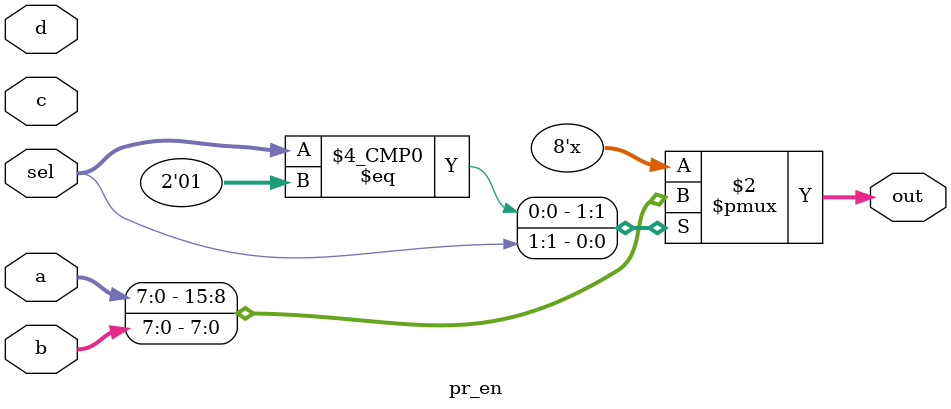
<source format=v>
module pr_en(a,b,c,d,sel,out);

input [7:0] a;
input [7:0] b;
input [7:0] c;
input [7:0] d;
input [1:0] sel;
output reg[7:0] out;

always @( a or b or c or d or sel)
begin
	casex(sel)
	4'b0001 : out <= a;
	4'b001x : out <= b;
	4'b01xx : out <= c;
	4'b1xxx : out <= d;
endcase
end
endmodule


</source>
